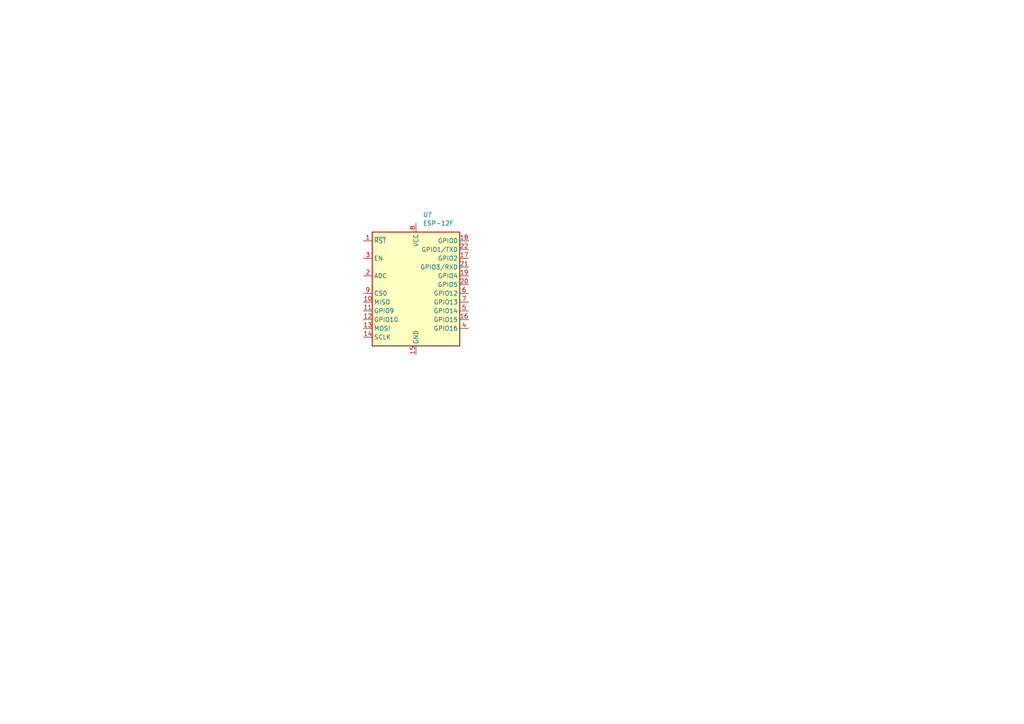
<source format=kicad_sch>
(kicad_sch (version 20211123) (generator eeschema)

  (uuid 8ac35f65-3809-4ef3-8a6b-464c72113139)

  (paper "A4")

  (lib_symbols
    (symbol "RF_Module:ESP-12F" (in_bom yes) (on_board yes)
      (property "Reference" "U" (id 0) (at -12.7 19.05 0)
        (effects (font (size 1.27 1.27)) (justify left))
      )
      (property "Value" "ESP-12F" (id 1) (at 12.7 19.05 0)
        (effects (font (size 1.27 1.27)) (justify right))
      )
      (property "Footprint" "RF_Module:ESP-12E" (id 2) (at 0 0 0)
        (effects (font (size 1.27 1.27)) hide)
      )
      (property "Datasheet" "http://wiki.ai-thinker.com/_media/esp8266/esp8266_series_modules_user_manual_v1.1.pdf" (id 3) (at -8.89 2.54 0)
        (effects (font (size 1.27 1.27)) hide)
      )
      (property "ki_keywords" "802.11 Wi-Fi" (id 4) (at 0 0 0)
        (effects (font (size 1.27 1.27)) hide)
      )
      (property "ki_description" "802.11 b/g/n Wi-Fi Module" (id 5) (at 0 0 0)
        (effects (font (size 1.27 1.27)) hide)
      )
      (property "ki_fp_filters" "ESP?12*" (id 6) (at 0 0 0)
        (effects (font (size 1.27 1.27)) hide)
      )
      (symbol "ESP-12F_0_1"
        (rectangle (start -12.7 17.78) (end 12.7 -15.24)
          (stroke (width 0.254) (type default) (color 0 0 0 0))
          (fill (type background))
        )
      )
      (symbol "ESP-12F_1_1"
        (pin input line (at -15.24 15.24 0) (length 2.54)
          (name "~{RST}" (effects (font (size 1.27 1.27))))
          (number "1" (effects (font (size 1.27 1.27))))
        )
        (pin bidirectional line (at -15.24 -2.54 0) (length 2.54)
          (name "MISO" (effects (font (size 1.27 1.27))))
          (number "10" (effects (font (size 1.27 1.27))))
        )
        (pin bidirectional line (at -15.24 -5.08 0) (length 2.54)
          (name "GPIO9" (effects (font (size 1.27 1.27))))
          (number "11" (effects (font (size 1.27 1.27))))
        )
        (pin bidirectional line (at -15.24 -7.62 0) (length 2.54)
          (name "GPIO10" (effects (font (size 1.27 1.27))))
          (number "12" (effects (font (size 1.27 1.27))))
        )
        (pin bidirectional line (at -15.24 -10.16 0) (length 2.54)
          (name "MOSI" (effects (font (size 1.27 1.27))))
          (number "13" (effects (font (size 1.27 1.27))))
        )
        (pin bidirectional line (at -15.24 -12.7 0) (length 2.54)
          (name "SCLK" (effects (font (size 1.27 1.27))))
          (number "14" (effects (font (size 1.27 1.27))))
        )
        (pin power_in line (at 0 -17.78 90) (length 2.54)
          (name "GND" (effects (font (size 1.27 1.27))))
          (number "15" (effects (font (size 1.27 1.27))))
        )
        (pin bidirectional line (at 15.24 -7.62 180) (length 2.54)
          (name "GPIO15" (effects (font (size 1.27 1.27))))
          (number "16" (effects (font (size 1.27 1.27))))
        )
        (pin bidirectional line (at 15.24 10.16 180) (length 2.54)
          (name "GPIO2" (effects (font (size 1.27 1.27))))
          (number "17" (effects (font (size 1.27 1.27))))
        )
        (pin bidirectional line (at 15.24 15.24 180) (length 2.54)
          (name "GPIO0" (effects (font (size 1.27 1.27))))
          (number "18" (effects (font (size 1.27 1.27))))
        )
        (pin bidirectional line (at 15.24 5.08 180) (length 2.54)
          (name "GPIO4" (effects (font (size 1.27 1.27))))
          (number "19" (effects (font (size 1.27 1.27))))
        )
        (pin input line (at -15.24 5.08 0) (length 2.54)
          (name "ADC" (effects (font (size 1.27 1.27))))
          (number "2" (effects (font (size 1.27 1.27))))
        )
        (pin bidirectional line (at 15.24 2.54 180) (length 2.54)
          (name "GPIO5" (effects (font (size 1.27 1.27))))
          (number "20" (effects (font (size 1.27 1.27))))
        )
        (pin bidirectional line (at 15.24 7.62 180) (length 2.54)
          (name "GPIO3/RXD" (effects (font (size 1.27 1.27))))
          (number "21" (effects (font (size 1.27 1.27))))
        )
        (pin bidirectional line (at 15.24 12.7 180) (length 2.54)
          (name "GPIO1/TXD" (effects (font (size 1.27 1.27))))
          (number "22" (effects (font (size 1.27 1.27))))
        )
        (pin input line (at -15.24 10.16 0) (length 2.54)
          (name "EN" (effects (font (size 1.27 1.27))))
          (number "3" (effects (font (size 1.27 1.27))))
        )
        (pin bidirectional line (at 15.24 -10.16 180) (length 2.54)
          (name "GPIO16" (effects (font (size 1.27 1.27))))
          (number "4" (effects (font (size 1.27 1.27))))
        )
        (pin bidirectional line (at 15.24 -5.08 180) (length 2.54)
          (name "GPIO14" (effects (font (size 1.27 1.27))))
          (number "5" (effects (font (size 1.27 1.27))))
        )
        (pin bidirectional line (at 15.24 0 180) (length 2.54)
          (name "GPIO12" (effects (font (size 1.27 1.27))))
          (number "6" (effects (font (size 1.27 1.27))))
        )
        (pin bidirectional line (at 15.24 -2.54 180) (length 2.54)
          (name "GPIO13" (effects (font (size 1.27 1.27))))
          (number "7" (effects (font (size 1.27 1.27))))
        )
        (pin power_in line (at 0 20.32 270) (length 2.54)
          (name "VCC" (effects (font (size 1.27 1.27))))
          (number "8" (effects (font (size 1.27 1.27))))
        )
        (pin input line (at -15.24 0 0) (length 2.54)
          (name "CS0" (effects (font (size 1.27 1.27))))
          (number "9" (effects (font (size 1.27 1.27))))
        )
      )
    )
  )


  (symbol (lib_id "RF_Module:ESP-12F") (at 120.65 85.09 0) (unit 1)
    (in_bom yes) (on_board yes) (fields_autoplaced)
    (uuid 7db334e3-ecd5-4b19-9232-6351fd926743)
    (property "Reference" "U?" (id 0) (at 122.6694 62.23 0)
      (effects (font (size 1.27 1.27)) (justify left))
    )
    (property "Value" "ESP-12F" (id 1) (at 122.6694 64.77 0)
      (effects (font (size 1.27 1.27)) (justify left))
    )
    (property "Footprint" "RF_Module:ESP-12E" (id 2) (at 120.65 85.09 0)
      (effects (font (size 1.27 1.27)) hide)
    )
    (property "Datasheet" "http://wiki.ai-thinker.com/_media/esp8266/esp8266_series_modules_user_manual_v1.1.pdf" (id 3) (at 111.76 82.55 0)
      (effects (font (size 1.27 1.27)) hide)
    )
    (pin "1" (uuid a1b309d4-ec53-4dbf-bd8d-9ff6574282ee))
    (pin "10" (uuid 181ed020-d336-4592-baba-7196f3a4eb18))
    (pin "11" (uuid a1652e9e-18a2-4877-95b6-593a4776bc57))
    (pin "12" (uuid 7540b8ec-d72a-4eab-88b8-64e4b046979f))
    (pin "13" (uuid f57ab8f9-adcb-4430-aa16-cc7150bb86c1))
    (pin "14" (uuid 6597d200-9552-4642-824c-d94df73a3750))
    (pin "15" (uuid 5e80aae7-d1ef-43c9-95d4-112f3656cc3c))
    (pin "16" (uuid f137d514-0b3d-4ee2-ba1b-463b5d0eda05))
    (pin "17" (uuid 7825892e-8e44-4d9d-9d37-010af87fa4c3))
    (pin "18" (uuid 71ca6035-97ce-4c10-9677-60c3aba341af))
    (pin "19" (uuid b7d8d058-63cc-4c00-b3cc-0b97860e4a78))
    (pin "2" (uuid 52429dca-88e7-41f0-bd79-9a5bb24b78fb))
    (pin "20" (uuid 5853e967-aa06-42c6-902a-872b87b68ca9))
    (pin "21" (uuid 75f1cb00-1519-4f0e-bcb2-9480086a5b66))
    (pin "22" (uuid 1afb6647-0983-487a-a98d-6a68d1485d84))
    (pin "3" (uuid 9a17ce51-fb20-40b7-b473-778acfb33455))
    (pin "4" (uuid bf77125b-fa11-4de6-9ecc-44a840268ca6))
    (pin "5" (uuid 337c7762-26d3-4409-83e9-12501b3eb4b4))
    (pin "6" (uuid d5cc44b7-feb3-4b42-a760-03009c53099b))
    (pin "7" (uuid 45684983-fdc3-40e5-bbd7-518cef749183))
    (pin "8" (uuid e73c3cd5-873f-4645-85f1-9be9485a3e47))
    (pin "9" (uuid 763c3be9-46b8-452a-b444-39a391d7c633))
  )

  (sheet_instances
    (path "/" (page "1"))
  )

  (symbol_instances
    (path "/7db334e3-ecd5-4b19-9232-6351fd926743"
      (reference "U?") (unit 1) (value "ESP-12F") (footprint "RF_Module:ESP-12E")
    )
  )
)

</source>
